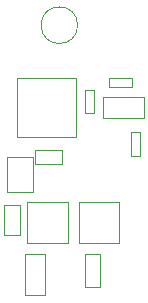
<source format=gbr>
G04 #@! TF.GenerationSoftware,KiCad,Pcbnew,(2018-02-16 revision c95340fba)-makepkg*
G04 #@! TF.CreationDate,2018-05-01T15:17:05+02:00*
G04 #@! TF.ProjectId,LIN_USB_CONVERTER,4C494E5F5553425F434F4E5645525445,rev?*
G04 #@! TF.SameCoordinates,Original*
G04 #@! TF.FileFunction,Other,User*
%FSLAX46Y46*%
G04 Gerber Fmt 4.6, Leading zero omitted, Abs format (unit mm)*
G04 Created by KiCad (PCBNEW (2018-02-16 revision c95340fba)-makepkg) date 05/01/18 15:17:05*
%MOMM*%
%LPD*%
G01*
G04 APERTURE LIST*
%ADD10C,0.050000*%
G04 APERTURE END LIST*
D10*
X156780200Y-87921600D02*
X153280200Y-87921600D01*
X156780200Y-87921600D02*
X156780200Y-86171600D01*
X153280200Y-86171600D02*
X153280200Y-87921600D01*
X153280200Y-86171600D02*
X156780200Y-86171600D01*
X148417200Y-99464800D02*
X148417200Y-102964800D01*
X148417200Y-99464800D02*
X146667200Y-99464800D01*
X146667200Y-102964800D02*
X148417200Y-102964800D01*
X146667200Y-102964800D02*
X146667200Y-99464800D01*
X156471600Y-89165800D02*
X156471600Y-91165800D01*
X156471600Y-89165800D02*
X155671600Y-89165800D01*
X155671600Y-91165800D02*
X156471600Y-91165800D01*
X155671600Y-91165800D02*
X155671600Y-89165800D01*
X151002400Y-89541600D02*
X146002400Y-89541600D01*
X151002400Y-84541600D02*
X151002400Y-89541600D01*
X146002400Y-84541600D02*
X151002400Y-84541600D01*
X146002400Y-89541600D02*
X146002400Y-84541600D01*
X149850000Y-91832600D02*
X147550000Y-91832600D01*
X149850000Y-90632600D02*
X147550000Y-90632600D01*
X149850000Y-91832600D02*
X149850000Y-90632600D01*
X147550000Y-91832600D02*
X147550000Y-90632600D01*
X151158000Y-80082000D02*
G75*
G03X151158000Y-80082000I-1550000J0D01*
G01*
X153088000Y-99485600D02*
X153088000Y-102285600D01*
X153088000Y-99485600D02*
X151788000Y-99485600D01*
X151788000Y-102285600D02*
X153088000Y-102285600D01*
X151788000Y-102285600D02*
X151788000Y-99485600D01*
X152549200Y-85530000D02*
X152549200Y-87530000D01*
X152549200Y-85530000D02*
X151749200Y-85530000D01*
X151749200Y-87530000D02*
X152549200Y-87530000D01*
X151749200Y-87530000D02*
X151749200Y-85530000D01*
X147341800Y-91257000D02*
X147341800Y-94207000D01*
X147341800Y-94207000D02*
X145141800Y-94207000D01*
X145141800Y-94207000D02*
X145141800Y-91257000D01*
X145141800Y-91257000D02*
X147341800Y-91257000D01*
X146306800Y-95342000D02*
X146306800Y-97842000D01*
X146306800Y-95342000D02*
X144906800Y-95342000D01*
X144906800Y-97842000D02*
X146306800Y-97842000D01*
X144906800Y-97842000D02*
X144906800Y-95342000D01*
X151272800Y-95045200D02*
X154672800Y-95045200D01*
X154672800Y-95045200D02*
X154672800Y-98545200D01*
X154672800Y-98545200D02*
X151272800Y-98545200D01*
X151272800Y-98545200D02*
X151272800Y-95045200D01*
X150304000Y-98545200D02*
X146904000Y-98545200D01*
X146904000Y-98545200D02*
X146904000Y-95045200D01*
X146904000Y-95045200D02*
X150304000Y-95045200D01*
X150304000Y-95045200D02*
X150304000Y-98545200D01*
X155776200Y-85333400D02*
X153776200Y-85333400D01*
X155776200Y-85333400D02*
X155776200Y-84533400D01*
X153776200Y-84533400D02*
X153776200Y-85333400D01*
X153776200Y-84533400D02*
X155776200Y-84533400D01*
M02*

</source>
